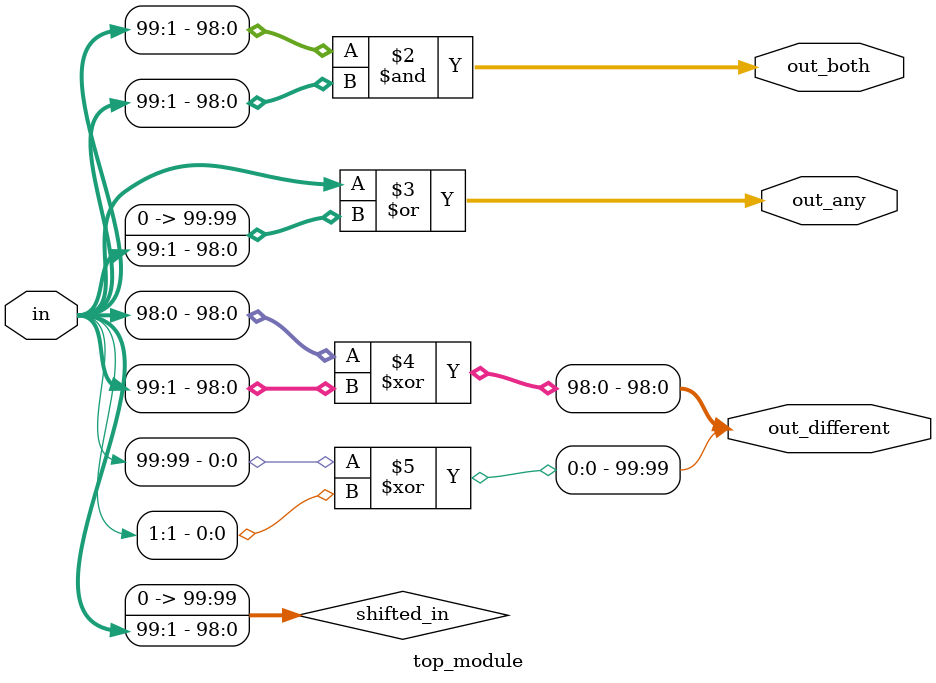
<source format=sv>
module top_module (
    input [99:0] in,
    output [98:0] out_both,
    output [99:0] out_any,
    output [99:0] out_different
);

    wire [99:0] shifted_in;

    assign shifted_in = in >> 1;  // Shift the input vector by one bit to the right

    assign out_both = in[99:1] & shifted_in[98:0];
    assign out_any = in | shifted_in;
    assign out_different = {in[99] ^ shifted_in[0], in[98:0] ^ shifted_in[98:0]};

endmodule

</source>
